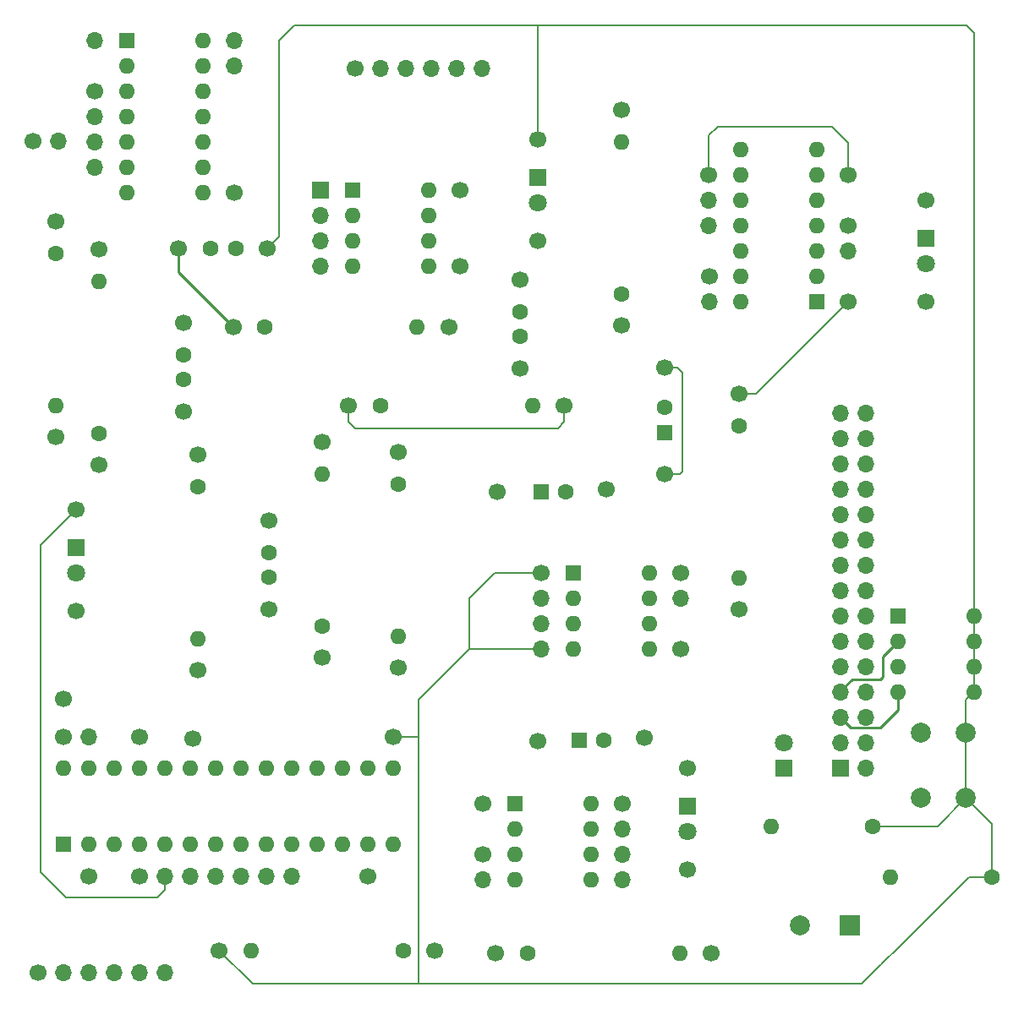
<source format=gbr>
%TF.GenerationSoftware,KiCad,Pcbnew,(6.0.5)*%
%TF.CreationDate,2022-06-20T20:34:12+02:00*%
%TF.ProjectId,advanced,61647661-6e63-4656-942e-6b696361645f,rev?*%
%TF.SameCoordinates,Original*%
%TF.FileFunction,Copper,L2,Bot*%
%TF.FilePolarity,Positive*%
%FSLAX46Y46*%
G04 Gerber Fmt 4.6, Leading zero omitted, Abs format (unit mm)*
G04 Created by KiCad (PCBNEW (6.0.5)) date 2022-06-20 20:34:12*
%MOMM*%
%LPD*%
G01*
G04 APERTURE LIST*
%TA.AperFunction,ComponentPad*%
%ADD10C,1.700000*%
%TD*%
%TA.AperFunction,ComponentPad*%
%ADD11O,1.700000X1.700000*%
%TD*%
%TA.AperFunction,ComponentPad*%
%ADD12C,1.600000*%
%TD*%
%TA.AperFunction,ComponentPad*%
%ADD13O,1.600000X1.600000*%
%TD*%
%TA.AperFunction,ComponentPad*%
%ADD14R,1.600000X1.600000*%
%TD*%
%TA.AperFunction,ComponentPad*%
%ADD15C,2.000000*%
%TD*%
%TA.AperFunction,ComponentPad*%
%ADD16R,1.800000X1.800000*%
%TD*%
%TA.AperFunction,ComponentPad*%
%ADD17C,1.800000*%
%TD*%
%TA.AperFunction,ComponentPad*%
%ADD18R,1.700000X1.700000*%
%TD*%
%TA.AperFunction,ComponentPad*%
%ADD19R,2.000000X2.000000*%
%TD*%
%TA.AperFunction,Conductor*%
%ADD20C,0.250000*%
%TD*%
%TA.AperFunction,Conductor*%
%ADD21C,0.200000*%
%TD*%
G04 APERTURE END LIST*
D10*
%TO.P, ,1*%
%TO.N,N/C*%
X254254000Y-82799000D03*
%TD*%
%TO.P, ,1*%
%TO.N,N/C*%
X223774000Y-85217000D03*
%TD*%
%TO.P, ,1*%
%TO.N,N/C*%
X209931000Y-133096000D03*
%TD*%
%TO.P,REF\u002A\u002A,1*%
%TO.N,N/C*%
X165379000Y-150089000D03*
D11*
%TO.P,REF\u002A\u002A,2*%
X167919000Y-150089000D03*
%TO.P,REF\u002A\u002A,3*%
X170459000Y-150089000D03*
%TO.P,REF\u002A\u002A,4*%
X172999000Y-150089000D03*
%TO.P,REF\u002A\u002A,5*%
X175539000Y-150089000D03*
%TO.P,REF\u002A\u002A,6*%
X178079000Y-150089000D03*
%TD*%
D10*
%TO.P, ,1*%
%TO.N,N/C*%
X254254000Y-72639000D03*
%TD*%
%TO.P, ,1*%
%TO.N,N/C*%
X201422000Y-119507000D03*
%TD*%
D12*
%TO.P,R1,1*%
%TO.N,Net-(R1-Pad1)*%
X167132000Y-77978000D03*
D13*
%TO.P,R1,2*%
%TO.N,Net-(R1-Pad2)*%
X167132000Y-93218000D03*
%TD*%
D10*
%TO.P, ,1*%
%TO.N,N/C*%
X232791000Y-148082000D03*
%TD*%
%TO.P, ,1*%
%TO.N,N/C*%
X246507000Y-82804000D03*
%TD*%
%TO.P,REF\u002A\u002A,1*%
%TO.N,N/C*%
X197104000Y-59436000D03*
D11*
%TO.P,REF\u002A\u002A,2*%
X199644000Y-59436000D03*
%TO.P,REF\u002A\u002A,3*%
X202184000Y-59436000D03*
%TO.P,REF\u002A\u002A,4*%
X204724000Y-59436000D03*
%TO.P,REF\u002A\u002A,5*%
X207264000Y-59436000D03*
%TO.P,REF\u002A\u002A,6*%
X209804000Y-59436000D03*
%TD*%
D10*
%TO.P, ,1*%
%TO.N,N/C*%
X213614000Y-89555000D03*
%TD*%
%TO.P,REF\u002A\u002A,1*%
%TO.N,N/C*%
X175514000Y-140415500D03*
D11*
%TO.P,REF\u002A\u002A,2*%
X178054000Y-140415500D03*
%TO.P,REF\u002A\u002A,3*%
X180594000Y-140415500D03*
%TO.P,REF\u002A\u002A,4*%
X183134000Y-140415500D03*
%TO.P,REF\u002A\u002A,5*%
X185674000Y-140415500D03*
%TO.P,REF\u002A\u002A,6*%
X188214000Y-140415500D03*
%TO.P,REF\u002A\u002A,7*%
X190754000Y-140415500D03*
%TD*%
D14*
%TO.P,U3,1,~{RESET}/PB5*%
%TO.N,Net-(R9-Pad1)*%
X196860000Y-71638000D03*
D13*
%TO.P,U3,2,PB3*%
%TO.N,Net-(D2-Pad2)*%
X196860000Y-74178000D03*
%TO.P,U3,3,PB4*%
%TO.N,Net-(C2-Pad1)*%
X196860000Y-76718000D03*
%TO.P,U3,4,GND*%
%TO.N,Earth*%
X196860000Y-79258000D03*
%TO.P,U3,5,PB0*%
%TO.N,Net-(C4-Pad2)*%
X204480000Y-79258000D03*
%TO.P,U3,6,PB1*%
%TO.N,unconnected-(U3-Pad6)*%
X204480000Y-76718000D03*
%TO.P,U3,7,PB2*%
%TO.N,unconnected-(U3-Pad7)*%
X204480000Y-74178000D03*
%TO.P,U3,8,VCC*%
%TO.N,+5V*%
X204480000Y-71638000D03*
%TD*%
D12*
%TO.P,R9,1*%
%TO.N,Net-(R9-Pad1)*%
X201422000Y-101092000D03*
D13*
%TO.P,R9,2*%
%TO.N,Net-(C6-Pad1)*%
X201422000Y-116332000D03*
%TD*%
D10*
%TO.P,REF\u002A\u002A,1*%
%TO.N,N/C*%
X232537000Y-70104000D03*
D11*
%TO.P,REF\u002A\u002A,2*%
X232537000Y-72644000D03*
%TO.P,REF\u002A\u002A,3*%
X232537000Y-75184000D03*
%TD*%
D10*
%TO.P, ,1*%
%TO.N,N/C*%
X207645000Y-71628000D03*
%TD*%
%TO.P, ,1*%
%TO.N,N/C*%
X235585000Y-113665000D03*
%TD*%
%TO.P, ,1*%
%TO.N,N/C*%
X171450000Y-99187000D03*
%TD*%
%TO.P, ,1*%
%TO.N,N/C*%
X230378000Y-129540000D03*
%TD*%
%TO.P,REF\u002A\u002A,1*%
%TO.N,N/C*%
X209931000Y-138176000D03*
D11*
%TO.P,REF\u002A\u002A,2*%
X209931000Y-140716000D03*
%TD*%
D15*
%TO.P,RESET,1*%
%TO.N,N/C*%
X258282000Y-126036000D03*
X258282000Y-132536000D03*
%TO.P,RESET,2*%
X253782000Y-126036000D03*
X253782000Y-132536000D03*
%TD*%
D14*
%TO.P,C6,1*%
%TO.N,Net-(C6-Pad1)*%
X215733621Y-101854000D03*
D12*
%TO.P,C6,2*%
%TO.N,Net-(C6-Pad2)*%
X218233621Y-101854000D03*
%TD*%
D10*
%TO.P, ,1*%
%TO.N,N/C*%
X229743000Y-117602000D03*
%TD*%
D16*
%TO.P,LED,1*%
%TO.N,N/C*%
X240030000Y-129545000D03*
D17*
%TO.P,LED,2*%
X240030000Y-127005000D03*
%TD*%
D10*
%TO.P,REF\u002A\u002A,1*%
%TO.N,N/C*%
X215773000Y-109982000D03*
D11*
%TO.P,REF\u002A\u002A,2*%
X215773000Y-112522000D03*
%TO.P,REF\u002A\u002A,3*%
X215773000Y-115062000D03*
%TO.P,REF\u002A\u002A,4*%
X215773000Y-117602000D03*
%TD*%
D10*
%TO.P, ,1*%
%TO.N,N/C*%
X230378000Y-139700000D03*
%TD*%
%TO.P, ,1*%
%TO.N,N/C*%
X198374000Y-140415500D03*
%TD*%
D14*
%TO.P,U5,1,VCC*%
%TO.N,+5V*%
X243322000Y-82809000D03*
D13*
%TO.P,U5,2,XTAL1/PB0*%
%TO.N,unconnected-(U5-Pad2)*%
X243322000Y-80269000D03*
%TO.P,U5,3,XTAL2/PB1*%
%TO.N,Net-(R11-Pad1)*%
X243322000Y-77729000D03*
%TO.P,U5,4,~{RESET}/PB3*%
%TO.N,Net-(C8-Pad2)*%
X243322000Y-75189000D03*
%TO.P,U5,5,PB2*%
%TO.N,unconnected-(U5-Pad5)*%
X243322000Y-72649000D03*
%TO.P,U5,6,PA7*%
%TO.N,Net-(D4-Pad1)*%
X243322000Y-70109000D03*
%TO.P,U5,7,PA6*%
%TO.N,unconnected-(U5-Pad7)*%
X243322000Y-67569000D03*
%TO.P,U5,8,PA5*%
%TO.N,unconnected-(U5-Pad8)*%
X235702000Y-67569000D03*
%TO.P,U5,9,PA4*%
%TO.N,Net-(R10-Pad2)*%
X235702000Y-70109000D03*
%TO.P,U5,10,PA3*%
%TO.N,Net-(R10-Pad1)*%
X235702000Y-72649000D03*
%TO.P,U5,11,PA2*%
%TO.N,Net-(C4-Pad1)*%
X235702000Y-75189000D03*
%TO.P,U5,12,PA1*%
%TO.N,unconnected-(U5-Pad12)*%
X235702000Y-77729000D03*
%TO.P,U5,13,AREF/PA0*%
%TO.N,Net-(D2-Pad1)*%
X235702000Y-80269000D03*
%TO.P,U5,14,GND*%
%TO.N,Earth*%
X235702000Y-82809000D03*
%TD*%
D12*
%TO.P,R3,1*%
%TO.N,Net-(R3-Pad1)*%
X201930000Y-147828000D03*
D13*
%TO.P,R3,2*%
%TO.N,Net-(D1-Pad2)*%
X186690000Y-147828000D03*
%TD*%
D10*
%TO.P, ,1*%
%TO.N,N/C*%
X185039000Y-71882000D03*
%TD*%
D14*
%TO.P,C8,1*%
%TO.N,Net-(C8-Pad1)*%
X228092000Y-95924380D03*
D12*
%TO.P,C8,2*%
%TO.N,Net-(C8-Pad2)*%
X228092000Y-93424380D03*
%TD*%
D10*
%TO.P, ,1*%
%TO.N,N/C*%
X200914000Y-126445500D03*
%TD*%
D12*
%TO.P,R7,1*%
%TO.N,Net-(R5-Pad2)*%
X199644000Y-93218000D03*
D13*
%TO.P,R7,2*%
%TO.N,Net-(R7-Pad2)*%
X214884000Y-93218000D03*
%TD*%
D18*
%TO.P,REF\u002A\u002A,1*%
%TO.N,N/C*%
X193675000Y-71628000D03*
D11*
%TO.P,REF\u002A\u002A,2*%
X193675000Y-74168000D03*
%TO.P,REF\u002A\u002A,3*%
X193675000Y-76708000D03*
%TO.P,REF\u002A\u002A,4*%
X193675000Y-79248000D03*
%TD*%
D10*
%TO.P, ,1*%
%TO.N,N/C*%
X228092000Y-100076000D03*
%TD*%
D14*
%TO.P,U2,1,~{RESET}*%
%TO.N,unconnected-(U2-Pad1)*%
X167904000Y-137230500D03*
D13*
%TO.P,U2,2,PD0*%
%TO.N,Net-(C2-Pad2)*%
X170444000Y-137230500D03*
%TO.P,U2,3,PD1*%
%TO.N,unconnected-(U2-Pad3)*%
X172984000Y-137230500D03*
%TO.P,U2,4,PD2*%
%TO.N,Net-(R6-Pad2)*%
X175524000Y-137230500D03*
%TO.P,U2,5,PD3*%
%TO.N,Net-(C3-Pad2)*%
X178064000Y-137230500D03*
%TO.P,U2,6,PD4*%
%TO.N,Net-(D4-Pad2)*%
X180604000Y-137230500D03*
%TO.P,U2,7,VCC*%
%TO.N,+5V*%
X183144000Y-137230500D03*
%TO.P,U2,8,GND*%
%TO.N,Earth*%
X185684000Y-137230500D03*
%TO.P,U2,9,XTAL1*%
%TO.N,Net-(D1-Pad1)*%
X188224000Y-137230500D03*
%TO.P,U2,10,XTAL2*%
%TO.N,Net-(R3-Pad1)*%
X190764000Y-137230500D03*
%TO.P,U2,11,PD5*%
%TO.N,unconnected-(U2-Pad11)*%
X193304000Y-137230500D03*
%TO.P,U2,12,PD6*%
%TO.N,unconnected-(U2-Pad12)*%
X195844000Y-137230500D03*
%TO.P,U2,13,PD7*%
%TO.N,Net-(R8-Pad1)*%
X198384000Y-137230500D03*
%TO.P,U2,14,PB0*%
%TO.N,unconnected-(U2-Pad14)*%
X200924000Y-137230500D03*
%TO.P,U2,15,PB1*%
%TO.N,Net-(R4-Pad2)*%
X200924000Y-129610500D03*
%TO.P,U2,16,PB2*%
%TO.N,unconnected-(U2-Pad16)*%
X198384000Y-129610500D03*
%TO.P,U2,17,PB3*%
%TO.N,unconnected-(U2-Pad17)*%
X195844000Y-129610500D03*
%TO.P,U2,18,PB4*%
%TO.N,unconnected-(U2-Pad18)*%
X193304000Y-129610500D03*
%TO.P,U2,19,PB5*%
%TO.N,unconnected-(U2-Pad19)*%
X190764000Y-129610500D03*
%TO.P,U2,20,VCC*%
%TO.N,+5V*%
X188224000Y-129610500D03*
%TO.P,U2,21,NC*%
%TO.N,unconnected-(U2-Pad21)*%
X185684000Y-129610500D03*
%TO.P,U2,22,GND*%
%TO.N,Earth*%
X183144000Y-129610500D03*
%TO.P,U2,23,PB6*%
%TO.N,Net-(C1-Pad2)*%
X180604000Y-129610500D03*
%TO.P,U2,24,PB7*%
%TO.N,unconnected-(U2-Pad24)*%
X178064000Y-129610500D03*
%TO.P,U2,25,PA2*%
%TO.N,Net-(R2-Pad1)*%
X175524000Y-129610500D03*
%TO.P,U2,26,PA3*%
%TO.N,unconnected-(U2-Pad26)*%
X172984000Y-129610500D03*
%TO.P,U2,27,PA1*%
%TO.N,Net-(R1-Pad2)*%
X170444000Y-129610500D03*
%TO.P,U2,28,PA0*%
%TO.N,Net-(D1-Pad1)*%
X167904000Y-129610500D03*
%TD*%
D10*
%TO.P, ,1*%
%TO.N,N/C*%
X167132000Y-74803000D03*
%TD*%
D16*
%TO.P,D3,1,K*%
%TO.N,Net-(D3-Pad1)*%
X230378000Y-133350000D03*
D17*
%TO.P,D3,2,A*%
%TO.N,Net-(D3-Pad2)*%
X230378000Y-135890000D03*
%TD*%
D10*
%TO.P, ,1*%
%TO.N,N/C*%
X184912000Y-85344000D03*
%TD*%
%TO.P, ,1*%
%TO.N,N/C*%
X201422000Y-97917000D03*
%TD*%
%TO.P, ,1*%
%TO.N,N/C*%
X218059000Y-93218000D03*
%TD*%
%TO.P,REF\u002A\u002A,1*%
%TO.N,N/C*%
X232562000Y-80284000D03*
D11*
%TO.P,REF\u002A\u002A,2*%
X232562000Y-82824000D03*
%TD*%
D10*
%TO.P, ,1*%
%TO.N,N/C*%
X222250000Y-101600000D03*
%TD*%
%TO.P, ,1*%
%TO.N,N/C*%
X175514000Y-126445500D03*
%TD*%
D11*
%TO.P,REF\u002A\u002A,2*%
%TO.N,N/C*%
X171069000Y-64262000D03*
%TO.P,REF\u002A\u002A,3*%
X171069000Y-66802000D03*
%TO.P,REF\u002A\u002A,4*%
X171069000Y-69342000D03*
D10*
%TO.P,REF\u002A\u002A,``*%
X171069000Y-61722000D03*
%TD*%
%TO.P, ,1*%
%TO.N,N/C*%
X179959000Y-84963000D03*
%TD*%
%TO.P, ,1*%
%TO.N,N/C*%
X188341000Y-77470000D03*
%TD*%
%TO.P, ,1*%
%TO.N,N/C*%
X207645000Y-79248000D03*
%TD*%
D12*
%TO.P,R4,1*%
%TO.N,Net-(C1-Pad1)*%
X193802000Y-115316000D03*
D13*
%TO.P,R4,2*%
%TO.N,Net-(R4-Pad2)*%
X193802000Y-100076000D03*
%TD*%
D10*
%TO.P, ,1*%
%TO.N,N/C*%
X171450000Y-77597000D03*
%TD*%
%TO.P,REF\u002A\u002A,1*%
%TO.N,N/C*%
X223901000Y-133096000D03*
D11*
%TO.P,REF\u002A\u002A,2*%
X223901000Y-135636000D03*
%TO.P,REF\u002A\u002A,3*%
X223901000Y-138176000D03*
%TO.P,REF\u002A\u002A,4*%
X223901000Y-140716000D03*
%TD*%
D12*
%TO.P,C1,1*%
%TO.N,Net-(C1-Pad1)*%
X179959000Y-88138000D03*
%TO.P,C1,2*%
%TO.N,Net-(C1-Pad2)*%
X179959000Y-90638000D03*
%TD*%
D10*
%TO.P, ,1*%
%TO.N,N/C*%
X167132000Y-96393000D03*
%TD*%
D12*
%TO.P,C2,1*%
%TO.N,Net-(C2-Pad1)*%
X188468000Y-107970000D03*
%TO.P,C2,2*%
%TO.N,Net-(C2-Pad2)*%
X188468000Y-110470000D03*
%TD*%
%TO.P,C4,1*%
%TO.N,Net-(C4-Pad1)*%
X213614000Y-83840000D03*
%TO.P,C4,2*%
%TO.N,Net-(C4-Pad2)*%
X213614000Y-86340000D03*
%TD*%
D10*
%TO.P, ,1*%
%TO.N,N/C*%
X246507000Y-70104000D03*
%TD*%
%TO.P, ,1*%
%TO.N,N/C*%
X215392000Y-76708000D03*
%TD*%
%TO.P, ,1*%
%TO.N,N/C*%
X226060000Y-126492000D03*
%TD*%
%TO.P, ,1*%
%TO.N,N/C*%
X228092000Y-89457729D03*
%TD*%
%TO.P, ,1*%
%TO.N,N/C*%
X193802000Y-96901000D03*
%TD*%
%TO.P, ,1*%
%TO.N,N/C*%
X211201000Y-148082000D03*
%TD*%
%TO.P, ,1*%
%TO.N,N/C*%
X223774000Y-63627000D03*
%TD*%
D12*
%TO.P,R (LED),1*%
%TO.N,N/C*%
X248920000Y-135382000D03*
D13*
%TO.P,R (LED),2*%
X238760000Y-135382000D03*
%TD*%
D10*
%TO.P, ,1*%
%TO.N,N/C*%
X193802000Y-118491000D03*
%TD*%
%TO.P, ,1*%
%TO.N,N/C*%
X188468000Y-104795000D03*
%TD*%
%TO.P, ,1*%
%TO.N,N/C*%
X206502000Y-85344000D03*
%TD*%
D16*
%TO.P,D4,1,K*%
%TO.N,Net-(D4-Pad1)*%
X254254000Y-76449000D03*
D17*
%TO.P,D4,2,A*%
%TO.N,Net-(D4-Pad2)*%
X254254000Y-78989000D03*
%TD*%
D10*
%TO.P, ,1*%
%TO.N,N/C*%
X215392000Y-126861500D03*
%TD*%
%TO.P, ,1*%
%TO.N,N/C*%
X196469000Y-93218000D03*
%TD*%
D14*
%TO.P,REF\u002A\u002A,1*%
%TO.N,N/C*%
X251470000Y-114300000D03*
D13*
%TO.P,REF\u002A\u002A,2*%
X251470000Y-116840000D03*
%TO.P,REF\u002A\u002A,3*%
X251470000Y-119380000D03*
%TO.P,REF\u002A\u002A,4*%
X251470000Y-121920000D03*
%TO.P,REF\u002A\u002A,5*%
X259090000Y-121920000D03*
%TO.P,REF\u002A\u002A,6*%
X259090000Y-119380000D03*
%TO.P,REF\u002A\u002A,7*%
X259090000Y-116840000D03*
%TO.P,REF\u002A\u002A,8*%
X259090000Y-114300000D03*
%TD*%
D16*
%TO.P,D2,1,K*%
%TO.N,Net-(D2-Pad1)*%
X215392000Y-70358000D03*
D17*
%TO.P,D2,2,A*%
%TO.N,Net-(D2-Pad2)*%
X215392000Y-72898000D03*
%TD*%
D12*
%TO.P,R11,1*%
%TO.N,Net-(R11-Pad1)*%
X235585000Y-95250000D03*
D13*
%TO.P,R11,2*%
%TO.N,Net-(R11-Pad2)*%
X235585000Y-110490000D03*
%TD*%
D10*
%TO.P, ,1*%
%TO.N,N/C*%
X170434000Y-140415500D03*
%TD*%
%TO.P,REF\u002A\u002A,1*%
%TO.N,N/C*%
X167914000Y-126420500D03*
D11*
%TO.P,REF\u002A\u002A,2*%
X170454000Y-126420500D03*
%TD*%
D10*
%TO.P, ,1*%
%TO.N,N/C*%
X205105000Y-147828000D03*
%TD*%
D14*
%TO.P,U6,1,~{RESET}/PB5*%
%TO.N,Net-(C6-Pad2)*%
X218958000Y-109992000D03*
D13*
%TO.P,U6,2,XTAL1/PB3*%
%TO.N,Net-(C8-Pad1)*%
X218958000Y-112532000D03*
%TO.P,U6,3,XTAL2/PB4*%
%TO.N,Net-(U4-Pad1)*%
X218958000Y-115072000D03*
%TO.P,U6,4,GND*%
%TO.N,Earth*%
X218958000Y-117612000D03*
%TO.P,U6,5,AREF/PB0*%
%TO.N,Net-(R11-Pad2)*%
X226578000Y-117612000D03*
%TO.P,U6,6,PB1*%
%TO.N,unconnected-(U6-Pad6)*%
X226578000Y-115072000D03*
%TO.P,U6,7,PB2*%
%TO.N,Net-(C5-Pad2)*%
X226578000Y-112532000D03*
%TO.P,U6,8,VCC*%
%TO.N,+5V*%
X226578000Y-109992000D03*
%TD*%
D10*
%TO.P, ,1*%
%TO.N,N/C*%
X183515000Y-147828000D03*
%TD*%
D12*
%TO.P,C3,1*%
%TO.N,Net-(C3-Pad1)*%
X185146000Y-77470000D03*
%TO.P,C3,2*%
%TO.N,Net-(C3-Pad2)*%
X182646000Y-77470000D03*
%TD*%
D14*
%TO.P,C5,1*%
%TO.N,Net-(C5-Pad1)*%
X219543621Y-126746000D03*
D12*
%TO.P,C5,2*%
%TO.N,Net-(C5-Pad2)*%
X222043621Y-126746000D03*
%TD*%
D10*
%TO.P, ,1*%
%TO.N,N/C*%
X188468000Y-113685000D03*
%TD*%
D11*
%TO.P,REF\u002A\u002A,1*%
%TO.N,N/C*%
X185039000Y-56642000D03*
%TO.P,REF\u002A\u002A,2*%
X185039000Y-59182000D03*
%TD*%
D10*
%TO.P, ,1*%
%TO.N,N/C*%
X169164000Y-103627000D03*
%TD*%
%TO.P, ,1*%
%TO.N,N/C*%
X167894000Y-122635500D03*
%TD*%
%TO.P, ,1*%
%TO.N,N/C*%
X235585000Y-92075000D03*
%TD*%
%TO.P,REF\u002A\u002A,1*%
%TO.N,N/C*%
X229743000Y-109982000D03*
D11*
%TO.P,REF\u002A\u002A,2*%
X229743000Y-112522000D03*
%TD*%
D10*
%TO.P, ,1*%
%TO.N,N/C*%
X179959000Y-93853000D03*
%TD*%
%TO.P, ,1*%
%TO.N,N/C*%
X181356000Y-98171000D03*
%TD*%
%TO.P, ,1*%
%TO.N,N/C*%
X211328000Y-101854000D03*
%TD*%
D12*
%TO.P,R2,1*%
%TO.N,Net-(R2-Pad1)*%
X171450000Y-96012000D03*
D13*
%TO.P,R2,2*%
%TO.N,Net-(C1-Pad1)*%
X171450000Y-80772000D03*
%TD*%
D10*
%TO.P,REF\u002A\u002A,1*%
%TO.N,N/C*%
X164846000Y-66777000D03*
D11*
%TO.P,REF\u002A\u002A,2*%
X167386000Y-66777000D03*
%TD*%
D10*
%TO.P, ,1*%
%TO.N,N/C*%
X179451000Y-77470000D03*
%TD*%
D12*
%TO.P,R6,1*%
%TO.N,Net-(R6-Pad1)*%
X181356000Y-101346000D03*
D13*
%TO.P,R6,2*%
%TO.N,Net-(R6-Pad2)*%
X181356000Y-116586000D03*
%TD*%
D19*
%TO.P,PIEZO,1*%
%TO.N,N/C*%
X246634000Y-145288000D03*
D15*
%TO.P,PIEZO,2*%
X241634000Y-145288000D03*
%TD*%
D10*
%TO.P, ,1*%
%TO.N,N/C*%
X180848000Y-126572500D03*
%TD*%
D12*
%TO.P,R5,1*%
%TO.N,Net-(R5-Pad1)*%
X188087000Y-85344000D03*
D13*
%TO.P,R5,2*%
%TO.N,Net-(R5-Pad2)*%
X203327000Y-85344000D03*
%TD*%
D14*
%TO.P,U4,1,~{RESET}/PB5*%
%TO.N,Net-(U4-Pad1)*%
X213116000Y-133106000D03*
D13*
%TO.P,U4,2,XTAL1/PB3*%
%TO.N,unconnected-(U4-Pad2)*%
X213116000Y-135646000D03*
%TO.P,U4,3,XTAL2/PB4*%
%TO.N,Net-(C5-Pad1)*%
X213116000Y-138186000D03*
%TO.P,U4,4,GND*%
%TO.N,Earth*%
X213116000Y-140726000D03*
%TO.P,U4,5,AREF/PB0*%
%TO.N,Net-(R7-Pad2)*%
X220736000Y-140726000D03*
%TO.P,U4,6,PB1*%
%TO.N,Net-(D3-Pad2)*%
X220736000Y-138186000D03*
%TO.P,U4,7,PB2*%
%TO.N,Net-(R8-Pad2)*%
X220736000Y-135646000D03*
%TO.P,U4,8,VCC*%
%TO.N,+5V*%
X220736000Y-133106000D03*
%TD*%
D10*
%TO.P, ,1*%
%TO.N,N/C*%
X215392000Y-66548000D03*
%TD*%
D12*
%TO.P,R (PIEZO),1*%
%TO.N,N/C*%
X260858000Y-140462000D03*
D13*
%TO.P,R (PIEZO),2*%
X250698000Y-140462000D03*
%TD*%
D16*
%TO.P,D1,1,K*%
%TO.N,Net-(D1-Pad1)*%
X169164000Y-107437000D03*
D17*
%TO.P,D1,2,A*%
%TO.N,Net-(D1-Pad2)*%
X169164000Y-109977000D03*
%TD*%
D12*
%TO.P,R10,1*%
%TO.N,Net-(R10-Pad1)*%
X223774000Y-82042000D03*
D13*
%TO.P,R10,2*%
%TO.N,Net-(R10-Pad2)*%
X223774000Y-66802000D03*
%TD*%
D10*
%TO.P, ,1*%
%TO.N,N/C*%
X169164000Y-113787000D03*
%TD*%
%TO.P,REF\u002A\u002A,1*%
%TO.N,N/C*%
X246507000Y-75204000D03*
D11*
%TO.P,REF\u002A\u002A,2*%
X246507000Y-77744000D03*
%TD*%
D10*
%TO.P, ,1*%
%TO.N,N/C*%
X213614000Y-80665000D03*
%TD*%
D12*
%TO.P,R8,1*%
%TO.N,Net-(R8-Pad1)*%
X214376000Y-148082000D03*
D13*
%TO.P,R8,2*%
%TO.N,Net-(R8-Pad2)*%
X229616000Y-148082000D03*
%TD*%
D10*
%TO.P, ,1*%
%TO.N,N/C*%
X181356000Y-119761000D03*
%TD*%
D14*
%TO.P,U1,1,VCC*%
%TO.N,+5V*%
X174254000Y-56637000D03*
D13*
%TO.P,U1,2,XTAL1/PB0*%
%TO.N,unconnected-(U1-Pad2)*%
X174254000Y-59177000D03*
%TO.P,U1,3,XTAL2/PB1*%
%TO.N,Net-(R6-Pad1)*%
X174254000Y-61717000D03*
%TO.P,U1,4,~{RESET}/PB3*%
%TO.N,Net-(R1-Pad1)*%
X174254000Y-64257000D03*
%TO.P,U1,5,PB2*%
%TO.N,Net-(C1-Pad1)*%
X174254000Y-66797000D03*
%TO.P,U1,6,PA7*%
%TO.N,Net-(R5-Pad1)*%
X174254000Y-69337000D03*
%TO.P,U1,7,PA6*%
%TO.N,unconnected-(U1-Pad7)*%
X174254000Y-71877000D03*
%TO.P,U1,8,PA5*%
%TO.N,Net-(D3-Pad1)*%
X181874000Y-71877000D03*
%TO.P,U1,9,PA4*%
%TO.N,unconnected-(U1-Pad9)*%
X181874000Y-69337000D03*
%TO.P,U1,10,PA3*%
%TO.N,unconnected-(U1-Pad10)*%
X181874000Y-66797000D03*
%TO.P,U1,11,PA2*%
%TO.N,unconnected-(U1-Pad11)*%
X181874000Y-64257000D03*
%TO.P,U1,12,PA1*%
%TO.N,unconnected-(U1-Pad12)*%
X181874000Y-61717000D03*
%TO.P,U1,13,AREF/PA0*%
%TO.N,Net-(C3-Pad1)*%
X181874000Y-59177000D03*
%TO.P,U1,14,GND*%
%TO.N,Earth*%
X181874000Y-56637000D03*
%TD*%
D11*
%TO.P, ,1*%
%TO.N,N/C*%
X171069000Y-56642000D03*
%TD*%
D18*
%TO.P,REF\u002A\u002A,1*%
%TO.N,N/C*%
X245740000Y-129540000D03*
D11*
%TO.P,REF\u002A\u002A,2*%
X248280000Y-129540000D03*
%TO.P,REF\u002A\u002A,3*%
X245740000Y-127000000D03*
%TO.P,REF\u002A\u002A,4*%
X248280000Y-127000000D03*
%TO.P,REF\u002A\u002A,5*%
X245740000Y-124460000D03*
%TO.P,REF\u002A\u002A,6*%
X248280000Y-124460000D03*
%TO.P,REF\u002A\u002A,7*%
X245740000Y-121920000D03*
%TO.P,REF\u002A\u002A,8*%
X248280000Y-121920000D03*
%TO.P,REF\u002A\u002A,9*%
X245740000Y-119380000D03*
%TO.P,REF\u002A\u002A,10*%
X248280000Y-119380000D03*
%TO.P,REF\u002A\u002A,11*%
X245740000Y-116840000D03*
%TO.P,REF\u002A\u002A,12*%
X248280000Y-116840000D03*
%TO.P,REF\u002A\u002A,13*%
X245740000Y-114300000D03*
%TO.P,REF\u002A\u002A,14*%
X248280000Y-114300000D03*
%TO.P,REF\u002A\u002A,15*%
X245740000Y-111760000D03*
%TO.P,REF\u002A\u002A,16*%
X248280000Y-111760000D03*
%TO.P,REF\u002A\u002A,17*%
X245740000Y-109220000D03*
%TO.P,REF\u002A\u002A,18*%
X248280000Y-109220000D03*
%TO.P,REF\u002A\u002A,19*%
X245740000Y-106680000D03*
%TO.P,REF\u002A\u002A,20*%
X248280000Y-106680000D03*
%TO.P,REF\u002A\u002A,21*%
X245740000Y-104140000D03*
%TO.P,REF\u002A\u002A,22*%
X248280000Y-104140000D03*
%TO.P,REF\u002A\u002A,23*%
X245740000Y-101600000D03*
%TO.P,REF\u002A\u002A,24*%
X248280000Y-101600000D03*
%TO.P,REF\u002A\u002A,25*%
X245740000Y-99060000D03*
%TO.P,REF\u002A\u002A,26*%
X248280000Y-99060000D03*
%TO.P,REF\u002A\u002A,27*%
X245740000Y-96520000D03*
%TO.P,REF\u002A\u002A,28*%
X248280000Y-96520000D03*
%TO.P,REF\u002A\u002A,29*%
X245740000Y-93980000D03*
%TO.P,REF\u002A\u002A,30*%
X248280000Y-93980000D03*
%TD*%
D20*
%TO.N,*%
X249936000Y-120396000D02*
X249682000Y-120650000D01*
D21*
X249809000Y-149225000D02*
X251714000Y-147320000D01*
X178054000Y-140415500D02*
X178054000Y-141732000D01*
X255436000Y-135382000D02*
X258282000Y-132536000D01*
D20*
X249936000Y-118364000D02*
X249936000Y-120396000D01*
D21*
X208534000Y-112522000D02*
X208534000Y-117602000D01*
X203390500Y-151193500D02*
X247840500Y-151193500D01*
D20*
X249682000Y-120650000D02*
X246888000Y-120650000D01*
X246888000Y-120650000D02*
X245740000Y-121798000D01*
D21*
X215773000Y-109982000D02*
X211074000Y-109982000D01*
X247840500Y-151193500D02*
X249809000Y-149225000D01*
X258282000Y-132536000D02*
X258282000Y-126036000D01*
X215392000Y-55118000D02*
X191008000Y-55118000D01*
X165608000Y-107183000D02*
X169164000Y-103627000D01*
D20*
X251470000Y-121920000D02*
X251470000Y-123688000D01*
D21*
X258282000Y-126036000D02*
X258282000Y-122728000D01*
X229870000Y-99822000D02*
X229616000Y-100076000D01*
X187007500Y-151193500D02*
X203390500Y-151193500D01*
X186880500Y-151193500D02*
X183515000Y-147828000D01*
X237236000Y-92075000D02*
X246507000Y-82804000D01*
X251714000Y-147320000D02*
X258572000Y-140462000D01*
D20*
X251470000Y-123688000D02*
X249682000Y-125476000D01*
D21*
X233426000Y-65278000D02*
X244856000Y-65278000D01*
X246507000Y-66929000D02*
X246507000Y-70104000D01*
X260866000Y-135120000D02*
X258282000Y-132536000D01*
X260858000Y-140462000D02*
X260858000Y-135128000D01*
X215392000Y-66548000D02*
X215392000Y-55118000D01*
X228092000Y-89457729D02*
X229411729Y-89457729D01*
X200914000Y-126445500D02*
X203407500Y-126445500D01*
X244856000Y-65278000D02*
X246507000Y-66929000D01*
D20*
X249682000Y-125476000D02*
X246761000Y-125476000D01*
D21*
X218059000Y-94869000D02*
X218059000Y-93218000D01*
X258318000Y-55118000D02*
X259080000Y-55880000D01*
X196469000Y-93218000D02*
X196469000Y-94869000D01*
X232537000Y-70104000D02*
X232537000Y-66167000D01*
X187007500Y-151193500D02*
X186880500Y-151193500D01*
D20*
X179451000Y-79883000D02*
X179451000Y-77470000D01*
X246761000Y-125476000D02*
X245740000Y-124455000D01*
D21*
X189484000Y-76327000D02*
X188341000Y-77470000D01*
X259080000Y-102870000D02*
X259090000Y-102880000D01*
X168148000Y-142494000D02*
X165608000Y-139954000D01*
X258282000Y-122728000D02*
X259090000Y-121920000D01*
X217424000Y-95504000D02*
X218059000Y-94869000D01*
X211074000Y-109982000D02*
X208534000Y-112522000D01*
X259080000Y-55880000D02*
X259080000Y-102870000D01*
X203407500Y-126445500D02*
X203454000Y-126492000D01*
X165608000Y-139954000D02*
X165608000Y-107183000D01*
X258572000Y-140462000D02*
X260858000Y-140462000D01*
X196469000Y-94869000D02*
X197104000Y-95504000D01*
X215773000Y-117602000D02*
X208534000Y-117602000D01*
X203390500Y-151193500D02*
X203454000Y-151130000D01*
X208534000Y-117602000D02*
X203454000Y-122682000D01*
X229411729Y-89457729D02*
X229870000Y-89916000D01*
X248920000Y-135382000D02*
X255436000Y-135382000D01*
X235585000Y-92075000D02*
X237236000Y-92075000D01*
X259090000Y-121920000D02*
X259090000Y-116840000D01*
X229616000Y-100076000D02*
X228092000Y-100076000D01*
X197104000Y-95504000D02*
X217424000Y-95504000D01*
X177292000Y-142494000D02*
X168148000Y-142494000D01*
X189484000Y-56642000D02*
X189484000Y-76327000D01*
D20*
X251445000Y-116855000D02*
X249936000Y-118364000D01*
D21*
X203454000Y-122682000D02*
X203454000Y-126492000D01*
X178054000Y-141732000D02*
X177292000Y-142494000D01*
X260858000Y-135128000D02*
X260866000Y-135120000D01*
X203454000Y-126492000D02*
X203454000Y-151130000D01*
X215392000Y-55118000D02*
X258318000Y-55118000D01*
D20*
X245740000Y-121798000D02*
X245740000Y-121915000D01*
X184912000Y-85344000D02*
X179451000Y-79883000D01*
D21*
X229870000Y-89916000D02*
X229870000Y-99822000D01*
X232537000Y-66167000D02*
X233426000Y-65278000D01*
D20*
X251470000Y-116855000D02*
X251445000Y-116855000D01*
D21*
X191008000Y-55118000D02*
X189484000Y-56642000D01*
X259090000Y-102880000D02*
X259090000Y-116855000D01*
%TD*%
M02*

</source>
